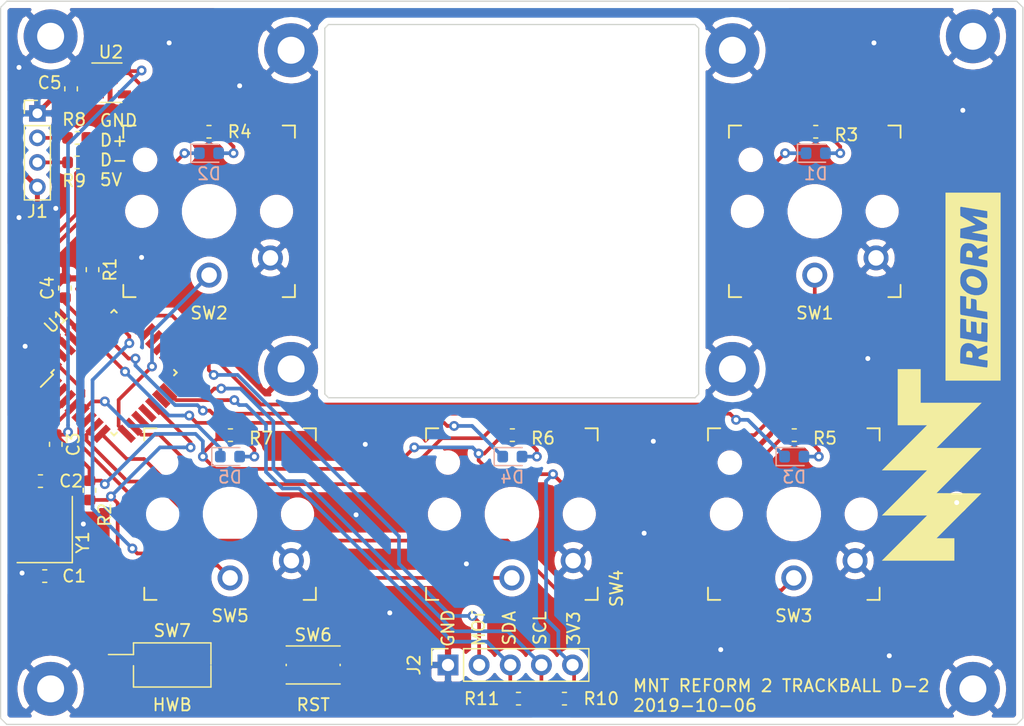
<source format=kicad_pcb>
(kicad_pcb (version 20171130) (host pcbnew 5.1.2+dfsg1-1)
  (layers (0 F.Cu signal) (31 B.Cu signal) (34 B.Paste user) (35 F.Paste user) (36 B.SilkS user) (37 F.SilkS user) (38 B.Mask user) (39 F.Mask user) (44 Edge.Cuts user))
  (net 0 "")
  (net 1 "Net-(J1-Pad3)")
  (net 2 "Net-(J1-Pad2)")
  (net 3 GND)
  (net 4 "Net-(U1-Pad18)")
  (net 5 "Net-(U1-Pad12)")
  (net 6 "Net-(U1-Pad11)")
  (net 7 "Net-(SW1-Pad1)")
  (net 8 "Net-(SW2-Pad1)")
  (net 9 +5V)
  (net 10 MT)
  (net 11 "Net-(C1-Pad1)")
  (net 12 "Net-(C2-Pad2)")
  (net 13 "Net-(C4-Pad1)")
  (net 14 "Net-(U1-Pad14)")
  (net 15 +3V3)
  (net 16 SCL)
  (net 17 SDA)
  (net 18 "Net-(SW3-Pad1)")
  (net 19 "Net-(SW4-Pad1)")
  (net 20 "Net-(SW5-Pad1)")
  (net 21 "Net-(U1-Pad17)")
  (net 22 "Net-(U1-Pad21)")
  (net 23 "Net-(D1-Pad2)")
  (net 24 "Net-(D1-Pad1)")
  (net 25 "Net-(D2-Pad2)")
  (net 26 "Net-(D2-Pad1)")
  (net 27 "Net-(D3-Pad2)")
  (net 28 "Net-(D3-Pad1)")
  (net 29 "Net-(D4-Pad2)")
  (net 30 "Net-(D4-Pad1)")
  (net 31 "Net-(D5-Pad2)")
  (net 32 "Net-(D5-Pad1)")
  (net 33 "Net-(R1-Pad2)")
  (net 34 "Net-(R2-Pad1)")
  (net 35 "Net-(U2-Pad4)")
  (net 36 "Net-(U1-Pad20)")
  (net 37 "Net-(R8-Pad2)")
  (net 38 "Net-(R9-Pad1)")
  (module Resistor_SMD:R_0603_1608Metric (layer F.Cu) (at 151.25 107)
    (fp_text reference R11 (at -3 0) (layer F.SilkS))
    (fp_text value 4.7k)
    (pad 2 smd roundrect (at 0.7875 0) (size 0.875 0.95) (layers F.Cu F.Paste F.Mask) (net 15 +3V3))
    (pad 1 smd roundrect (at -0.7875 0) (size 0.875 0.95) (layers F.Cu F.Paste F.Mask) (net 17 SDA))
  )
  (module Resistor_SMD:R_0603_1608Metric (layer F.Cu) (at 155 107)
    (fp_text reference R10 (at 3 0) (layer F.SilkS))
    (fp_text value 4.7k)
    (pad 2 smd roundrect (at 0.7875 0) (size 0.875 0.95) (layers F.Cu F.Paste F.Mask) (net 15 +3V3))
    (pad 1 smd roundrect (at -0.7875 0) (size 0.875 0.95) (layers F.Cu F.Paste F.Mask) (net 16 SCL))
  )
  (module Resistor_SMD:R_0603_1608Metric (layer F.Cu) (at 115.25 63.25 180)
    (fp_text reference R9 (at 0.25 -1.5) (layer F.SilkS))
    (fp_text value 22)
    (pad 2 smd roundrect (at 0.7875 0 180) (size 0.875 0.95) (layers F.Cu F.Paste F.Mask) (net 1 "Net-(J1-Pad3)"))
    (pad 1 smd roundrect (at -0.7875 0 180) (size 0.875 0.95) (layers F.Cu F.Paste F.Mask) (net 38 "Net-(R9-Pad1)"))
  )
  (module Resistor_SMD:R_0603_1608Metric (layer F.Cu) (at 115.25 61.25)
    (fp_text reference R8 (at -0.25 -1.5) (layer F.SilkS))
    (fp_text value 22)
    (pad 2 smd roundrect (at 0.7875 0) (size 0.875 0.95) (layers F.Cu F.Paste F.Mask) (net 37 "Net-(R8-Pad2)"))
    (pad 1 smd roundrect (at -0.7875 0) (size 0.875 0.95) (layers F.Cu F.Paste F.Mask) (net 2 "Net-(J1-Pad2)"))
  )
  (module Connector_PinSocket_2.54mm:PinSocket_1x05_P2.54mm_Vertical (layer F.Cu) (at 145.5 104.25 90)
    (fp_text reference J2 (at 0 -2.77 90) (layer F.SilkS))
    (fp_text value Conn_01x05_Female)
    (pad 5 thru_hole oval (at 0 10.16 90) (size 1.7 1.7) (drill 1) (layers *.Cu *.Mask) (net 15 +3V3))
    (pad 4 thru_hole oval (at 0 7.62 90) (size 1.7 1.7) (drill 1) (layers *.Cu *.Mask) (net 16 SCL))
    (pad 3 thru_hole oval (at 0 5.08 90) (size 1.7 1.7) (drill 1) (layers *.Cu *.Mask) (net 17 SDA))
    (pad 2 thru_hole oval (at 0 2.54 90) (size 1.7 1.7) (drill 1) (layers *.Cu *.Mask) (net 10 MT))
    (pad 1 thru_hole rect (at 0 0 90) (size 1.7 1.7) (drill 1) (layers *.Cu *.Mask) (net 3 GND))
  )
  (module Package_TO_SOT_SMD:SOT-23-5 (layer F.Cu) (at 118 56.75)
    (fp_text reference U2 (at 0 -2.5) (layer F.SilkS))
    (fp_text value TLV75533PDBV)
    (pad 5 smd rect (at 1.1 -0.95) (size 1.06 0.65) (layers F.Cu F.Paste F.Mask) (net 15 +3V3))
    (pad 4 smd rect (at 1.1 0.95) (size 1.06 0.65) (layers F.Cu F.Paste F.Mask) (net 35 "Net-(U2-Pad4)"))
    (pad 3 smd rect (at -1.1 0.95) (size 1.06 0.65) (layers F.Cu F.Paste F.Mask) (net 9 +5V))
    (pad 2 smd rect (at -1.1 0) (size 1.06 0.65) (layers F.Cu F.Paste F.Mask) (net 3 GND))
    (pad 1 smd rect (at -1.1 -0.95) (size 1.06 0.65) (layers F.Cu F.Paste F.Mask) (net 9 +5V))
  )
  (module Capacitor_SMD:C_0603_1608Metric (layer F.Cu) (at 114.75 57.25 270)
    (fp_text reference C5 (at -0.5 1.75 180) (layer F.SilkS))
    (fp_text value 0.1uF)
    (pad 2 smd roundrect (at 0.7875 0 270) (size 0.875 0.95) (layers F.Cu F.Paste F.Mask) (net 3 GND))
    (pad 1 smd roundrect (at -0.7875 0 270) (size 0.875 0.95) (layers F.Cu F.Paste F.Mask) (net 9 +5V))
  )
  (module Resistor_SMD:R_0603_1608Metric (layer F.Cu) (at 127.75 85.5 180)
    (fp_text reference R7 (at -2.5 -0.25) (layer F.SilkS))
    (fp_text value 470)
    (pad 2 smd roundrect (at 0.7875 0 180) (size 0.875 0.95) (layers F.Cu F.Paste F.Mask) (net 15 +3V3))
    (pad 1 smd roundrect (at -0.7875 0 180) (size 0.875 0.95) (layers F.Cu F.Paste F.Mask) (net 31 "Net-(D5-Pad2)"))
  )
  (module Resistor_SMD:R_0603_1608Metric (layer F.Cu) (at 150.75 85.5 180)
    (fp_text reference R6 (at -2.5 -0.25) (layer F.SilkS))
    (fp_text value 470)
    (pad 2 smd roundrect (at 0.7875 0 180) (size 0.875 0.95) (layers F.Cu F.Paste F.Mask) (net 15 +3V3))
    (pad 1 smd roundrect (at -0.7875 0 180) (size 0.875 0.95) (layers F.Cu F.Paste F.Mask) (net 29 "Net-(D4-Pad2)"))
  )
  (module Resistor_SMD:R_0603_1608Metric (layer F.Cu) (at 173.75 85.5 180)
    (fp_text reference R5 (at -2.5 -0.25) (layer F.SilkS))
    (fp_text value 470)
    (pad 2 smd roundrect (at 0.7875 0 180) (size 0.875 0.95) (layers F.Cu F.Paste F.Mask) (net 15 +3V3))
    (pad 1 smd roundrect (at -0.7875 0 180) (size 0.875 0.95) (layers F.Cu F.Paste F.Mask) (net 27 "Net-(D3-Pad2)"))
  )
  (module Resistor_SMD:R_0603_1608Metric (layer F.Cu) (at 126 60.75 180)
    (fp_text reference R4 (at -2.5 0) (layer F.SilkS))
    (fp_text value 470)
    (pad 2 smd roundrect (at 0.7875 0 180) (size 0.875 0.95) (layers F.Cu F.Paste F.Mask) (net 15 +3V3))
    (pad 1 smd roundrect (at -0.7875 0 180) (size 0.875 0.95) (layers F.Cu F.Paste F.Mask) (net 25 "Net-(D2-Pad2)"))
  )
  (module Resistor_SMD:R_0603_1608Metric (layer F.Cu) (at 175.5 60.75 180)
    (fp_text reference R3 (at -2.5 -0.25) (layer F.SilkS))
    (fp_text value 470)
    (pad 2 smd roundrect (at 0.7875 0 180) (size 0.875 0.95) (layers F.Cu F.Paste F.Mask) (net 15 +3V3))
    (pad 1 smd roundrect (at -0.7875 0 180) (size 0.875 0.95) (layers F.Cu F.Paste F.Mask) (net 23 "Net-(D1-Pad2)"))
  )
  (module Resistor_SMD:R_0603_1608Metric (layer F.Cu) (at 116.25 90 90)
    (fp_text reference R2 (at -2 1.25 90) (layer F.SilkS))
    (fp_text value 10k)
    (pad 2 smd roundrect (at 0.7875 0 90) (size 0.875 0.95) (layers F.Cu F.Paste F.Mask) (net 15 +3V3))
    (pad 1 smd roundrect (at -0.7875 0 90) (size 0.875 0.95) (layers F.Cu F.Paste F.Mask) (net 34 "Net-(R2-Pad1)"))
  )
  (module Resistor_SMD:R_0603_1608Metric (layer F.Cu) (at 116.5 72 270)
    (fp_text reference R1 (at 0 -1.43 90) (layer F.SilkS))
    (fp_text value 10k)
    (pad 2 smd roundrect (at 0.7875 0 270) (size 0.875 0.95) (layers F.Cu F.Paste F.Mask) (net 33 "Net-(R1-Pad2)"))
    (pad 1 smd roundrect (at -0.7875 0 270) (size 0.875 0.95) (layers F.Cu F.Paste F.Mask) (net 15 +3V3))
  )
  (module Capacitor_SMD:C_0603_1608Metric (layer F.Cu) (at 114.25 73.5 90)
    (fp_text reference C4 (at 0 -1.43 90) (layer F.SilkS))
    (fp_text value 1uF)
    (pad 2 smd roundrect (at 0.7875 0 90) (size 0.875 0.95) (layers F.Cu F.Paste F.Mask) (net 3 GND))
    (pad 1 smd roundrect (at -0.7875 0 90) (size 0.875 0.95) (layers F.Cu F.Paste F.Mask) (net 13 "Net-(C4-Pad1)"))
  )
  (module Capacitor_SMD:C_0603_1608Metric (layer F.Cu) (at 113.5 86.25 270)
    (fp_text reference C3 (at 0 -1.43 90) (layer F.SilkS))
    (fp_text value 0.1uF)
    (pad 2 smd roundrect (at 0.7875 0 270) (size 0.875 0.95) (layers F.Cu F.Paste F.Mask) (net 3 GND))
    (pad 1 smd roundrect (at -0.7875 0 270) (size 0.875 0.95) (layers F.Cu F.Paste F.Mask) (net 15 +3V3))
  )
  (module Capacitor_SMD:C_0603_1608Metric (layer F.Cu) (at 112.25 89.25 180)
    (fp_text reference C2 (at -2.5 0) (layer F.SilkS))
    (fp_text value 18pF)
    (pad 2 smd roundrect (at 0.7875 0 180) (size 0.875 0.95) (layers F.Cu F.Paste F.Mask) (net 12 "Net-(C2-Pad2)"))
    (pad 1 smd roundrect (at -0.7875 0 180) (size 0.875 0.95) (layers F.Cu F.Paste F.Mask) (net 3 GND))
  )
  (module Capacitor_SMD:C_0603_1608Metric (layer F.Cu) (at 112.6 97 180)
    (fp_text reference C1 (at -2.4 0) (layer F.SilkS))
    (fp_text value 18pF)
    (pad 2 smd roundrect (at 0.7875 0 180) (size 0.875 0.95) (layers F.Cu F.Paste F.Mask) (net 3 GND))
    (pad 1 smd roundrect (at -0.7875 0 180) (size 0.875 0.95) (layers F.Cu F.Paste F.Mask) (net 11 "Net-(C1-Pad1)"))
  )
  (module Button_Switch_SMD:SW_DIP_SPSTx01_Slide_Omron_A6S-110x_W8.9mm_P2.54mm (layer F.Cu) (at 123 104.25)
    (fp_text reference SW7 (at 0 -2.8) (layer F.SilkS))
    (fp_text value SW_HWB)
    (pad 2 smd rect (at 4.45 0) (size 1.5 1.1) (layers F.Cu F.Paste F.Mask) (net 3 GND))
    (pad 1 smd rect (at -4.45 0) (size 1.5 1.1) (layers F.Cu F.Paste F.Mask) (net 34 "Net-(R2-Pad1)"))
  )
  (module Button_Switch_SMD:SW_Push_1P1T_NO_CK_KMR2 (layer F.Cu) (at 134.5 104.25)
    (fp_text reference SW6 (at 0 -2.45) (layer F.SilkS))
    (fp_text value SW_RST)
    (pad 2 smd rect (at 2.05 0.8 90) (size 0.9 1) (layers F.Cu F.Paste F.Mask) (net 33 "Net-(R1-Pad2)"))
    (pad 1 smd rect (at 2.05 -0.8 90) (size 0.9 1) (layers F.Cu F.Paste F.Mask) (net 3 GND))
    (pad 2 smd rect (at -2.05 0.8 90) (size 0.9 1) (layers F.Cu F.Paste F.Mask) (net 33 "Net-(R1-Pad2)"))
    (pad 1 smd rect (at -2.05 -0.8 90) (size 0.9 1) (layers F.Cu F.Paste F.Mask) (net 3 GND))
  )
  (module reform2-motherboard:mntreform (layer F.Cu) (at 185.75 80.75 90)
    (fp_text reference MK13 hide)
    (fp_text value LOGO hide)
  )
  (module LED_SMD:LED_0603_1608Metric (layer B.Cu) (at 127.7125 87.25)
    (fp_text reference D5 (at 0 1.68) (layer B.SilkS) (effects (justify mirror)))
    (fp_text value LED_Small)
    (pad 2 smd roundrect (at 0.7875 0) (size 0.875 0.95) (layers B.Cu B.Paste B.Mask) (net 31 "Net-(D5-Pad2)"))
    (pad 1 smd roundrect (at -0.7875 0) (size 0.875 0.95) (layers B.Cu B.Paste B.Mask) (net 32 "Net-(D5-Pad1)"))
  )
  (module LED_SMD:LED_0603_1608Metric (layer B.Cu) (at 150.75 87.25)
    (fp_text reference D4 (at 0 1.68) (layer B.SilkS) (effects (justify mirror)))
    (fp_text value LED_Small)
    (pad 2 smd roundrect (at 0.7875 0) (size 0.875 0.95) (layers B.Cu B.Paste B.Mask) (net 29 "Net-(D4-Pad2)"))
    (pad 1 smd roundrect (at -0.7875 0) (size 0.875 0.95) (layers B.Cu B.Paste B.Mask) (net 30 "Net-(D4-Pad1)"))
  )
  (module LED_SMD:LED_0603_1608Metric (layer B.Cu) (at 173.75 87.25)
    (fp_text reference D3 (at 0 1.68) (layer B.SilkS) (effects (justify mirror)))
    (fp_text value LED_Small)
    (pad 2 smd roundrect (at 0.7875 0) (size 0.875 0.95) (layers B.Cu B.Paste B.Mask) (net 27 "Net-(D3-Pad2)"))
    (pad 1 smd roundrect (at -0.7875 0) (size 0.875 0.95) (layers B.Cu B.Paste B.Mask) (net 28 "Net-(D3-Pad1)"))
  )
  (module LED_SMD:LED_0603_1608Metric (layer B.Cu) (at 126 62.5)
    (fp_text reference D2 (at 0 1.68) (layer B.SilkS) (effects (justify mirror)))
    (fp_text value LED_Small)
    (pad 2 smd roundrect (at 0.7875 0) (size 0.875 0.95) (layers B.Cu B.Paste B.Mask) (net 25 "Net-(D2-Pad2)"))
    (pad 1 smd roundrect (at -0.7875 0) (size 0.875 0.95) (layers B.Cu B.Paste B.Mask) (net 26 "Net-(D2-Pad1)"))
  )
  (module LED_SMD:LED_0603_1608Metric (layer B.Cu) (at 175.5 62.5)
    (fp_text reference D1 (at 0 1.68) (layer B.SilkS) (effects (justify mirror)))
    (fp_text value LED_Small)
    (pad 2 smd roundrect (at 0.7875 0) (size 0.875 0.95) (layers B.Cu B.Paste B.Mask) (net 23 "Net-(D1-Pad2)"))
    (pad 1 smd roundrect (at -0.7875 0) (size 0.875 0.95) (layers B.Cu B.Paste B.Mask) (net 24 "Net-(D1-Pad1)"))
  )
  (module MountingHole:MountingHole_2.2mm_M2_Pad (layer F.Cu) (at 132.7 80.1)
    (fp_text reference MK11 hide)
    (fp_text value Mounting_Hole)
    (pad 1 thru_hole circle (at 0 0) (size 4.4 4.4) (drill 2.2) (layers *.Cu *.Mask) (net 3 GND))
  )
  (module MountingHole:MountingHole_2.2mm_M2_Pad (layer F.Cu) (at 132.7 54.1)
    (fp_text reference MK9 hide)
    (fp_text value Mounting_Hole)
    (pad 1 thru_hole circle (at 0 0) (size 4.4 4.4) (drill 2.2) (layers *.Cu *.Mask) (net 3 GND))
  )
  (module MountingHole:MountingHole_2.2mm_M2_Pad (layer F.Cu) (at 168.7 80.1)
    (fp_text reference MK10 hide)
    (fp_text value Mounting_Hole)
    (pad 1 thru_hole circle (at 0 0) (size 4.4 4.4) (drill 2.2) (layers *.Cu *.Mask) (net 3 GND))
  )
  (module MountingHole:MountingHole_2.2mm_M2_Pad (layer F.Cu) (at 168.7 54.1)
    (fp_text reference MK12 hide)
    (fp_text value Mounting_Hole)
    (pad 1 thru_hole circle (at 0 0) (size 4.4 4.4) (drill 2.2) (layers *.Cu *.Mask) (net 3 GND))
  )
  (module MountingHole:MountingHole_2.2mm_M2_Pad (layer F.Cu) (at 113.08 106.2)
    (fp_text reference MK8 hide)
    (fp_text value Mounting_Hole)
    (pad 1 thru_hole circle (at 0 0) (size 4.4 4.4) (drill 2.2) (layers *.Cu *.Mask) (net 3 GND))
  )
  (module MountingHole:MountingHole_2.2mm_M2_Pad (layer F.Cu) (at 188.32 106.2)
    (fp_text reference MK7 hide)
    (fp_text value Mounting_Hole)
    (pad 1 thru_hole circle (at 0 0) (size 4.4 4.4) (drill 2.2) (layers *.Cu *.Mask) (net 3 GND))
  )
  (module MountingHole:MountingHole_2.2mm_M2_Pad (layer F.Cu) (at 188.32 53)
    (fp_text reference MK6 hide)
    (fp_text value Mounting_Hole)
    (pad 1 thru_hole circle (at 0 -0.04) (size 4.4 4.4) (drill 2.2) (layers *.Cu *.Mask) (net 3 GND))
  )
  (module MountingHole:MountingHole_2.2mm_M2_Pad (layer F.Cu) (at 113.08 52.96)
    (fp_text reference MK5 hide)
    (fp_text value Mounting_Hole)
    (pad 1 thru_hole circle (at 0 0) (size 4.4 4.4) (drill 2.2) (layers *.Cu *.Mask) (net 3 GND))
  )
  (module keyswitches:PG1350 (layer B.Cu) (at 127.72 91.94 180)
    (fp_text reference SW5 (at 0 -8.3) (layer F.SilkS))
    (fp_text value Choc)
    (pad "" np_thru_hole circle (at -5.5 0 180) (size 1.7018 1.7018) (drill 1.7018) (layers *.Cu *.Mask))
    (pad "" np_thru_hole circle (at 5.5 0 180) (size 1.7018 1.7018) (drill 1.7018) (layers *.Cu *.Mask))
    (pad "" np_thru_hole circle (at 5.22 4.2 180) (size 0.9906 0.9906) (drill 0.9906) (layers *.Cu *.Mask))
    (pad 1 thru_hole circle (at 0 -5.207 180) (size 2.032 2.032) (drill 1.27) (layers *.Cu *.Mask) (net 20 "Net-(SW5-Pad1)"))
    (pad 2 thru_hole circle (at -5 -3.8 180) (size 2.032 2.032) (drill 1.27) (layers *.Cu *.Mask) (net 3 GND))
    (pad "" np_thru_hole circle (at 0 0 180) (size 3.429 3.429) (drill 3.429) (layers *.Cu *.Mask))
  )
  (module keyswitches:PG1350 (layer B.Cu) (at 150.71 91.94 180)
    (fp_text reference SW4 (at -8.54 -6.06 90) (layer F.SilkS))
    (fp_text value Choc)
    (pad "" np_thru_hole circle (at -5.5 0 180) (size 1.7018 1.7018) (drill 1.7018) (layers *.Cu *.Mask))
    (pad "" np_thru_hole circle (at 5.5 0 180) (size 1.7018 1.7018) (drill 1.7018) (layers *.Cu *.Mask))
    (pad "" np_thru_hole circle (at 5.22 4.2 180) (size 0.9906 0.9906) (drill 0.9906) (layers *.Cu *.Mask))
    (pad 1 thru_hole circle (at 0 -5.207 180) (size 2.032 2.032) (drill 1.27) (layers *.Cu *.Mask) (net 19 "Net-(SW4-Pad1)"))
    (pad 2 thru_hole circle (at -5 -3.8 180) (size 2.032 2.032) (drill 1.27) (layers *.Cu *.Mask) (net 3 GND))
    (pad "" np_thru_hole circle (at 0 0 180) (size 3.429 3.429) (drill 3.429) (layers *.Cu *.Mask))
  )
  (module keyswitches:PG1350 (layer B.Cu) (at 173.71 91.94 180)
    (fp_text reference SW3 (at 0 -8.3) (layer F.SilkS))
    (fp_text value Choc)
    (pad "" np_thru_hole circle (at -5.5 0 180) (size 1.7018 1.7018) (drill 1.7018) (layers *.Cu *.Mask))
    (pad "" np_thru_hole circle (at 5.5 0 180) (size 1.7018 1.7018) (drill 1.7018) (layers *.Cu *.Mask))
    (pad "" np_thru_hole circle (at 5.22 4.2 180) (size 0.9906 0.9906) (drill 0.9906) (layers *.Cu *.Mask))
    (pad 1 thru_hole circle (at 0 -5.207 180) (size 2.032 2.032) (drill 1.27) (layers *.Cu *.Mask) (net 18 "Net-(SW3-Pad1)"))
    (pad 2 thru_hole circle (at -5 -3.8 180) (size 2.032 2.032) (drill 1.27) (layers *.Cu *.Mask) (net 3 GND))
    (pad "" np_thru_hole circle (at 0 0 180) (size 3.429 3.429) (drill 3.429) (layers *.Cu *.Mask))
  )
  (module keyswitches:PG1350 (layer B.Cu) (at 126.01 67.24 180)
    (fp_text reference SW2 (at 0 -8.3) (layer F.SilkS))
    (fp_text value Choc)
    (pad "" np_thru_hole circle (at -5.5 0 180) (size 1.7018 1.7018) (drill 1.7018) (layers *.Cu *.Mask))
    (pad "" np_thru_hole circle (at 5.5 0 180) (size 1.7018 1.7018) (drill 1.7018) (layers *.Cu *.Mask))
    (pad "" np_thru_hole circle (at 5.22 4.2 180) (size 0.9906 0.9906) (drill 0.9906) (layers *.Cu *.Mask))
    (pad 1 thru_hole circle (at 0 -5.207 180) (size 2.032 2.032) (drill 1.27) (layers *.Cu *.Mask) (net 8 "Net-(SW2-Pad1)"))
    (pad 2 thru_hole circle (at -5 -3.8 180) (size 2.032 2.032) (drill 1.27) (layers *.Cu *.Mask) (net 3 GND))
    (pad "" np_thru_hole circle (at 0 0 180) (size 3.429 3.429) (drill 3.429) (layers *.Cu *.Mask))
  )
  (module keyswitches:PG1350 (layer B.Cu) (at 175.42 67.24 180)
    (fp_text reference SW1 (at 0 -8.3) (layer F.SilkS))
    (fp_text value Choc)
    (pad "" np_thru_hole circle (at -5.5 0 180) (size 1.7018 1.7018) (drill 1.7018) (layers *.Cu *.Mask))
    (pad "" np_thru_hole circle (at 5.5 0 180) (size 1.7018 1.7018) (drill 1.7018) (layers *.Cu *.Mask))
    (pad "" np_thru_hole circle (at 5.22 4.2 180) (size 0.9906 0.9906) (drill 0.9906) (layers *.Cu *.Mask))
    (pad 1 thru_hole circle (at 0 -5.207 180) (size 2.032 2.032) (drill 1.27) (layers *.Cu *.Mask) (net 7 "Net-(SW1-Pad1)"))
    (pad 2 thru_hole circle (at -5 -3.8 180) (size 2.032 2.032) (drill 1.27) (layers *.Cu *.Mask) (net 3 GND))
    (pad "" np_thru_hole circle (at 0 0 180) (size 3.429 3.429) (drill 3.429) (layers *.Cu *.Mask))
  )
  (module Crystals:Crystal_SMD_3225-4pin_3.2x2.5mm_HandSoldering (layer F.Cu) (at 112.6 93.2 90)
    (fp_text reference Y1 (at -1.05 3.1 90) (layer F.SilkS))
    (fp_text value Crystal_GND24)
    (pad 4 smd rect (at -1.45 -1.15 90) (size 2.1 1.8) (layers F.Cu F.Paste F.Mask) (net 3 GND))
    (pad 3 smd rect (at 1.45 -1.15 90) (size 2.1 1.8) (layers F.Cu F.Paste F.Mask) (net 12 "Net-(C2-Pad2)"))
    (pad 2 smd rect (at 1.45 1.15 90) (size 2.1 1.8) (layers F.Cu F.Paste F.Mask) (net 3 GND))
    (pad 1 smd rect (at -1.45 1.15 90) (size 2.1 1.8) (layers F.Cu F.Paste F.Mask) (net 11 "Net-(C1-Pad1)"))
  )
  (module Pin_Headers:Pin_Header_Straight_1x04_Pitch2.00mm (layer F.Cu) (at 112 59.25)
    (fp_text reference J1 (at 0 8) (layer F.SilkS))
    (fp_text value Conn_USB)
    (pad 4 thru_hole oval (at 0 6) (size 1.35 1.35) (drill 0.8) (layers *.Cu *.Mask) (net 9 +5V))
    (pad 3 thru_hole oval (at 0 4) (size 1.35 1.35) (drill 0.8) (layers *.Cu *.Mask) (net 1 "Net-(J1-Pad3)"))
    (pad 2 thru_hole oval (at 0 2) (size 1.35 1.35) (drill 0.8) (layers *.Cu *.Mask) (net 2 "Net-(J1-Pad2)"))
    (pad 1 thru_hole rect (at 0 0) (size 1.35 1.35) (drill 0.8) (layers *.Cu *.Mask) (net 3 GND))
  )
  (module Housings_QFP:TQFP-32_7x7mm_Pitch0.8mm (layer F.Cu) (at 118.25 80.4 45)
    (fp_text reference U1 (at -0.4 -6.3 225) (layer F.SilkS))
    (fp_text value ATmega32U2-AU)
    (pad 1 smd rect (at -4.25 -2.8 45) (size 1.6 0.55) (layers F.Cu F.Paste F.Mask) (net 11 "Net-(C1-Pad1)"))
    (pad 2 smd rect (at -4.25 -2 45) (size 1.6 0.55) (layers F.Cu F.Paste F.Mask) (net 12 "Net-(C2-Pad2)"))
    (pad 3 smd rect (at -4.25 -1.2 45) (size 1.6 0.55) (layers F.Cu F.Paste F.Mask) (net 3 GND))
    (pad 4 smd rect (at -4.25 -0.4 45) (size 1.6 0.55) (layers F.Cu F.Paste F.Mask) (net 15 +3V3))
    (pad 5 smd rect (at -4.25 0.4 45) (size 1.6 0.55) (layers F.Cu F.Paste F.Mask) (net 32 "Net-(D5-Pad1)"))
    (pad 6 smd rect (at -4.25 1.2 45) (size 1.6 0.55) (layers F.Cu F.Paste F.Mask) (net 20 "Net-(SW5-Pad1)"))
    (pad 7 smd rect (at -4.25 2 45) (size 1.6 0.55) (layers F.Cu F.Paste F.Mask) (net 19 "Net-(SW4-Pad1)"))
    (pad 8 smd rect (at -4.25 2.8 45) (size 1.6 0.55) (layers F.Cu F.Paste F.Mask) (net 18 "Net-(SW3-Pad1)"))
    (pad 9 smd rect (at -2.8 4.25 135) (size 1.6 0.55) (layers F.Cu F.Paste F.Mask) (net 8 "Net-(SW2-Pad1)"))
    (pad 10 smd rect (at -2 4.25 135) (size 1.6 0.55) (layers F.Cu F.Paste F.Mask) (net 7 "Net-(SW1-Pad1)"))
    (pad 11 smd rect (at -1.2 4.25 135) (size 1.6 0.55) (layers F.Cu F.Paste F.Mask) (net 6 "Net-(U1-Pad11)"))
    (pad 12 smd rect (at -0.4 4.25 135) (size 1.6 0.55) (layers F.Cu F.Paste F.Mask) (net 5 "Net-(U1-Pad12)"))
    (pad 13 smd rect (at 0.4 4.25 135) (size 1.6 0.55) (layers F.Cu F.Paste F.Mask) (net 34 "Net-(R2-Pad1)"))
    (pad 14 smd rect (at 1.2 4.25 135) (size 1.6 0.55) (layers F.Cu F.Paste F.Mask) (net 14 "Net-(U1-Pad14)"))
    (pad 15 smd rect (at 2 4.25 135) (size 1.6 0.55) (layers F.Cu F.Paste F.Mask) (net 17 SDA))
    (pad 16 smd rect (at 2.8 4.25 135) (size 1.6 0.55) (layers F.Cu F.Paste F.Mask) (net 16 SCL))
    (pad 17 smd rect (at 4.25 2.8 45) (size 1.6 0.55) (layers F.Cu F.Paste F.Mask) (net 21 "Net-(U1-Pad17)"))
    (pad 18 smd rect (at 4.25 2 45) (size 1.6 0.55) (layers F.Cu F.Paste F.Mask) (net 4 "Net-(U1-Pad18)"))
    (pad 19 smd rect (at 4.25 1.2 45) (size 1.6 0.55) (layers F.Cu F.Paste F.Mask) (net 10 MT))
    (pad 20 smd rect (at 4.25 0.4 45) (size 1.6 0.55) (layers F.Cu F.Paste F.Mask) (net 36 "Net-(U1-Pad20)"))
    (pad 21 smd rect (at 4.25 -0.4 45) (size 1.6 0.55) (layers F.Cu F.Paste F.Mask) (net 22 "Net-(U1-Pad21)"))
    (pad 22 smd rect (at 4.25 -1.2 45) (size 1.6 0.55) (layers F.Cu F.Paste F.Mask) (net 24 "Net-(D1-Pad1)"))
    (pad 23 smd rect (at 4.25 -2 45) (size 1.6 0.55) (layers F.Cu F.Paste F.Mask) (net 26 "Net-(D2-Pad1)"))
    (pad 24 smd rect (at 4.25 -2.8 45) (size 1.6 0.55) (layers F.Cu F.Paste F.Mask) (net 33 "Net-(R1-Pad2)"))
    (pad 25 smd rect (at 2.8 -4.25 135) (size 1.6 0.55) (layers F.Cu F.Paste F.Mask) (net 28 "Net-(D3-Pad1)"))
    (pad 26 smd rect (at 2 -4.25 135) (size 1.6 0.55) (layers F.Cu F.Paste F.Mask) (net 30 "Net-(D4-Pad1)"))
    (pad 27 smd rect (at 1.2 -4.25 135) (size 1.6 0.55) (layers F.Cu F.Paste F.Mask) (net 13 "Net-(C4-Pad1)"))
    (pad 28 smd rect (at 0.4 -4.25 135) (size 1.6 0.55) (layers F.Cu F.Paste F.Mask) (net 3 GND))
    (pad 29 smd rect (at -0.4 -4.25 135) (size 1.6 0.55) (layers F.Cu F.Paste F.Mask) (net 37 "Net-(R8-Pad2)"))
    (pad 30 smd rect (at -1.2 -4.25 135) (size 1.6 0.55) (layers F.Cu F.Paste F.Mask) (net 38 "Net-(R9-Pad1)"))
    (pad 31 smd rect (at -2 -4.25 135) (size 1.6 0.55) (layers F.Cu F.Paste F.Mask) (net 9 +5V))
    (pad 32 smd rect (at -2.8 -4.25 135) (size 1.6 0.55) (layers F.Cu F.Paste F.Mask) (net 15 +3V3))
  )
  (gr_text "MNT REFORM 2 TRACKBALL D-2\n2019-10-06" (at 160.5 106.75) (layer F.SilkS) (effects (font (size 1 1)) (justify left)))
  (gr_text GND (at 145.5 101.25 90) (layer F.SilkS) (effects (font (size 1 1))))
  (gr_text MOT (at 148 101.25 90) (layer F.SilkS) (effects (font (size 1 1))))
  (gr_text SDA (at 150.5 101.25 90) (layer F.SilkS) (effects (font (size 1 1))))
  (gr_text SCL (at 153 101.25 90) (layer F.SilkS) (effects (font (size 1 1))))
  (gr_text 3V3 (at 155.75 101.25 90) (layer F.SilkS) (effects (font (size 1 1))))
  (gr_line (start 191.9 50.1) (end 192.4 50.6) (layer Edge.Cuts) (width 0.1))
  (gr_line (start 109 108.6) (end 109.5 109.1) (layer Edge.Cuts) (width 0.1))
  (gr_line (start 192.4 108.6) (end 191.9 109.1) (layer Edge.Cuts) (width 0.1))
  (gr_line (start 109.5 50.1) (end 109 50.6) (layer Edge.Cuts) (width 0.1))
  (gr_line (start 135.45 82.15) (end 135.75 82.45) (layer Edge.Cuts) (width 0.1))
  (gr_line (start 165.95 82.15) (end 165.65 82.45) (layer Edge.Cuts) (width 0.1))
  (gr_line (start 165.65 52) (end 165.95 52.3) (layer Edge.Cuts) (width 0.1))
  (gr_line (start 135.45 52.3) (end 135.75 52) (layer Edge.Cuts) (width 0.1))
  (gr_line (start 135.45 82.15) (end 135.45 52.3) (layer Edge.Cuts) (width 0.1))
  (gr_line (start 165.65 82.45) (end 135.75 82.45) (layer Edge.Cuts) (width 0.1))
  (gr_line (start 165.95 52.3) (end 165.95 82.15) (layer Edge.Cuts) (width 0.1))
  (gr_line (start 135.75 52) (end 165.65 52) (layer Edge.Cuts) (width 0.1))
  (gr_line (start 109 108.6) (end 109 50.6) (layer Edge.Cuts) (width 0.1))
  (gr_line (start 191.9 109.1) (end 109.5 109.1) (layer Edge.Cuts) (width 0.1))
  (gr_line (start 192.4 50.6) (end 192.4 108.6) (layer Edge.Cuts) (width 0.1))
  (gr_line (start 109.5 50.1) (end 191.9 50.1) (layer Edge.Cuts) (width 0.1))
  (gr_text "GND\nD+\nD-\n5V" (at 117 62.25) (layer F.SilkS) (effects (font (size 1 1)) (justify left)))
  (gr_text HWB (at 123 107.5) (layer F.SilkS) (effects (font (size 1 1))))
  (gr_text RST (at 134.5 107.5) (layer F.SilkS) (effects (font (size 1 1))))
  (via (at 187 91) (size 0.8) (drill 0.4) (layers F.Cu B.Cu) (net 0))
  (segment (start 114.4625 63.25) (end 112 63.25) (width 0.3) (layer F.Cu) (net 1))
  (segment (start 112 61.25) (end 114.4625 61.25) (width 0.3) (layer F.Cu) (net 2))
  (via (at 180.25 53.5) (size 0.8) (drill 0.4) (layers F.Cu B.Cu) (net 3))
  (via (at 187.5 59) (size 0.8) (drill 0.4) (layers F.Cu B.Cu) (net 3))
  (via (at 179.75 79.25) (size 0.8) (drill 0.4) (layers F.Cu B.Cu) (net 3))
  (via (at 181.5 103.5) (size 0.8) (drill 0.4) (layers F.Cu B.Cu) (net 3))
  (via (at 167.75 103) (size 0.8) (drill 0.4) (layers F.Cu B.Cu) (net 3))
  (via (at 161.5 93.5) (size 0.8) (drill 0.4) (layers F.Cu B.Cu) (net 3))
  (segment (start 111.65 94.85) (end 111.45 94.65) (width 0.4) (layer F.Cu) (net 3))
  (segment (start 111.65 97) (end 111.65 94.85) (width 0.4) (layer F.Cu) (net 3))
  (segment (start 113.75 89.8) (end 113.2 89.25) (width 0.4) (layer F.Cu) (net 3))
  (segment (start 113.75 91.75) (end 113.75 89.8) (width 0.4) (layer F.Cu) (net 3))
  (segment (start 113.0375 87.5) (end 113.5 87.0375) (width 0.4) (layer F.Cu) (net 3))
  (segment (start 113.2125 58.0375) (end 112 59.25) (width 0.4) (layer F.Cu) (net 3))
  (segment (start 114.75 58.0375) (end 113.2125 58.0375) (width 0.4) (layer F.Cu) (net 3))
  (segment (start 115.892501 59.180001) (end 114.75 58.0375) (width 0.4) (layer F.Cu) (net 3))
  (segment (start 116.9 56.75) (end 117.705002 56.75) (width 0.4) (layer F.Cu) (net 3))
  (segment (start 117.705002 56.75) (end 117.930001 56.974999) (width 0.4) (layer F.Cu) (net 3))
  (segment (start 113.27499 73.68751) (end 113.788388 73.174112) (width 0.4) (layer F.Cu) (net 3))
  (segment (start 113.27499 74.859304) (end 113.27499 73.68751) (width 0.4) (layer F.Cu) (net 3))
  (segment (start 113.788388 73.174112) (end 114.25 72.7125) (width 0.4) (layer F.Cu) (net 3))
  (segment (start 115.527639 77.111953) (end 113.27499 74.859304) (width 0.4) (layer F.Cu) (net 3))
  (segment (start 111.349999 85.602945) (end 111.349999 87.349999) (width 0.4) (layer F.Cu) (net 3))
  (segment (start 114.396268 82.556676) (end 111.349999 85.602945) (width 0.4) (layer F.Cu) (net 3))
  (segment (start 112.2125 88.2125) (end 113.0375 88.2125) (width 0.4) (layer F.Cu) (net 3))
  (segment (start 111.349999 87.349999) (end 112.2125 88.2125) (width 0.4) (layer F.Cu) (net 3))
  (segment (start 113.0375 89.25) (end 113.0375 88.2125) (width 0.4) (layer F.Cu) (net 3))
  (segment (start 113.0375 88.2125) (end 113.0375 87.5) (width 0.4) (layer F.Cu) (net 3))
  (segment (start 111.8125 97) (end 111 97) (width 0.4) (layer F.Cu) (net 3))
  (via (at 110.75 96.75) (size 0.8) (drill 0.4) (layers F.Cu B.Cu) (net 3))
  (segment (start 111 97) (end 110.75 96.75) (width 0.4) (layer F.Cu) (net 3))
  (via (at 115.75 92.75) (size 0.8) (drill 0.4) (layers F.Cu B.Cu) (net 3))
  (segment (start 110.75 96.75) (end 114.75 92.75) (width 0.4) (layer B.Cu) (net 3))
  (segment (start 114.75 92.75) (end 115.75 92.75) (width 0.4) (layer B.Cu) (net 3))
  (segment (start 114.75 92.75) (end 113.75 91.75) (width 0.4) (layer F.Cu) (net 3))
  (segment (start 115.75 92.75) (end 114.75 92.75) (width 0.4) (layer F.Cu) (net 3))
  (segment (start 137.45 103.45) (end 136.55 103.45) (width 0.4) (layer F.Cu) (net 3))
  (segment (start 127.65 104.25) (end 130.15 106.75) (width 0.4) (layer F.Cu) (net 3))
  (segment (start 127.45 104.25) (end 127.65 104.25) (width 0.4) (layer F.Cu) (net 3))
  (segment (start 138.5 104.5) (end 137.45 103.45) (width 0.4) (layer F.Cu) (net 3))
  (segment (start 137.5 106.75) (end 138.5 105.75) (width 0.4) (layer F.Cu) (net 3))
  (segment (start 138.5 105.75) (end 138.5 104.5) (width 0.4) (layer F.Cu) (net 3))
  (segment (start 130.15 106.75) (end 137.5 106.75) (width 0.4) (layer F.Cu) (net 3))
  (segment (start 136.55 103.45) (end 132.45 103.45) (width 0.4) (layer F.Cu) (net 3))
  (via (at 122.75 53.5) (size 0.8) (drill 0.4) (layers F.Cu B.Cu) (net 3))
  (via (at 128.5 57) (size 0.8) (drill 0.4) (layers F.Cu B.Cu) (net 3))
  (via (at 111 78.25) (size 0.8) (drill 0.4) (layers F.Cu B.Cu) (net 3))
  (via (at 113.5 67) (size 0.8) (drill 0.4) (layers F.Cu B.Cu) (net 3))
  (via (at 110.5 67.75) (size 0.8) (drill 0.4) (layers F.Cu B.Cu) (net 3))
  (via (at 110.5 55.5) (size 0.8) (drill 0.4) (layers F.Cu B.Cu) (net 3))
  (via (at 138.75 86.25) (size 0.8) (drill 0.4) (layers F.Cu B.Cu) (net 3))
  (via (at 162.25 86) (size 0.8) (drill 0.4) (layers F.Cu B.Cu) (net 3))
  (via (at 140.75 100) (size 0.8) (drill 0.4) (layers F.Cu B.Cu) (net 3))
  (via (at 138 92) (size 0.8) (drill 0.4) (layers F.Cu B.Cu) (net 3))
  (segment (start 117.430001 59.180001) (end 117.930001 58.680001) (width 0.4) (layer F.Cu) (net 3))
  (segment (start 117.930001 56.974999) (end 117.930001 58.680001) (width 0.4) (layer F.Cu) (net 3))
  (segment (start 117.430001 59.180001) (end 115.892501 59.180001) (width 0.4) (layer F.Cu) (net 3))
  (via (at 120.5 71) (size 0.8) (drill 0.4) (layers F.Cu B.Cu) (net 3))
  (via (at 147 96) (size 0.8) (drill 0.4) (layers F.Cu B.Cu) (net 3))
  (segment (start 148.291728 85.75) (end 149.541728 84.5) (width 0.3) (layer F.Cu) (net 7))
  (segment (start 141.25 89.5) (end 145 85.75) (width 0.3) (layer F.Cu) (net 7))
  (segment (start 168.5 85.5) (end 170.5 85.5) (width 0.3) (layer F.Cu) (net 7))
  (segment (start 170.5 85.5) (end 175.42 80.58) (width 0.3) (layer F.Cu) (net 7))
  (segment (start 126 89.5) (end 141.25 89.5) (width 0.3) (layer F.Cu) (net 7))
  (segment (start 175.42 73.88384) (end 175.42 72.447) (width 0.3) (layer F.Cu) (net 7))
  (segment (start 175.42 80.58) (end 175.42 73.88384) (width 0.3) (layer F.Cu) (net 7))
  (segment (start 119.84099 84.819417) (end 120.485455 85.463882) (width 0.3) (layer F.Cu) (net 7))
  (segment (start 121.963882 85.463882) (end 126 89.5) (width 0.3) (layer F.Cu) (net 7))
  (segment (start 120.485455 85.463882) (end 121.963882 85.463882) (width 0.3) (layer F.Cu) (net 7))
  (segment (start 145 85.75) (end 148.291728 85.75) (width 0.3) (layer F.Cu) (net 7))
  (segment (start 149.541728 84.5) (end 167.5 84.5) (width 0.3) (layer F.Cu) (net 7))
  (segment (start 167.5 84.5) (end 168.5 85.5) (width 0.3) (layer F.Cu) (net 7))
  (via (at 121.351041 79.898959) (size 0.8) (drill 0.4) (layers F.Cu B.Cu) (net 8))
  (segment (start 118.63084 82.61916) (end 121.351041 79.898959) (width 0.3) (layer F.Cu) (net 8))
  (segment (start 119.275305 85.385103) (end 118.63084 84.740638) (width 0.3) (layer F.Cu) (net 8))
  (segment (start 118.63084 84.740638) (end 118.63084 82.61916) (width 0.3) (layer F.Cu) (net 8))
  (segment (start 121.351041 77.105959) (end 126.01 72.447) (width 0.3) (layer B.Cu) (net 8))
  (segment (start 121.351041 79.898959) (end 121.351041 77.105959) (width 0.3) (layer B.Cu) (net 8))
  (segment (start 112 68.75) (end 112 65.25) (width 0.4) (layer F.Cu) (net 9))
  (segment (start 110.25 70.5) (end 112 68.75) (width 0.4) (layer F.Cu) (net 9))
  (segment (start 113.830583 78.80901) (end 110.25 75.228427) (width 0.4) (layer F.Cu) (net 9))
  (segment (start 110.25 75.228427) (end 110.25 70.5) (width 0.4) (layer F.Cu) (net 9))
  (segment (start 115.4125 55.8) (end 114.75 56.4625) (width 0.4) (layer F.Cu) (net 9))
  (segment (start 116.9 55.8) (end 115.4125 55.8) (width 0.4) (layer F.Cu) (net 9))
  (segment (start 110 63.25) (end 112 65.25) (width 0.4) (layer F.Cu) (net 9))
  (segment (start 114.75 56.4625) (end 111.7875 56.4625) (width 0.4) (layer F.Cu) (net 9))
  (segment (start 110 58.25) (end 110 63.25) (width 0.4) (layer F.Cu) (net 9))
  (segment (start 111.7875 56.4625) (end 110 58.25) (width 0.4) (layer F.Cu) (net 9))
  (segment (start 115.9875 57.7) (end 116.9 57.7) (width 0.4) (layer F.Cu) (net 9))
  (segment (start 114.75 56.4625) (end 115.9875 57.7) (width 0.4) (layer F.Cu) (net 9))
  (via (at 147.5 100.25) (size 0.8) (drill 0.4) (layers F.Cu B.Cu) (net 10))
  (via (at 126.386075 80.588172) (size 0.8) (drill 0.4) (layers F.Cu B.Cu) (net 10))
  (segment (start 145.75 100.25) (end 147.5 100.25) (width 0.3) (layer B.Cu) (net 10))
  (segment (start 141.5 96) (end 145.75 100.25) (width 0.3) (layer B.Cu) (net 10))
  (segment (start 141.5 93.75) (end 141.5 96) (width 0.3) (layer B.Cu) (net 10))
  (segment (start 126.386075 80.588172) (end 128.338172 80.588172) (width 0.3) (layer B.Cu) (net 10))
  (segment (start 128.338172 80.588172) (end 141.5 93.75) (width 0.3) (layer B.Cu) (net 10))
  (segment (start 148.04 100.79) (end 148.04 104.25) (width 0.3) (layer F.Cu) (net 10))
  (segment (start 147.5 100.25) (end 148.04 100.79) (width 0.3) (layer F.Cu) (net 10))
  (segment (start 125.986076 79.736076) (end 125.986076 80.188173) (width 0.3) (layer F.Cu) (net 10))
  (segment (start 125.986076 80.188173) (end 126.386075 80.588172) (width 0.3) (layer F.Cu) (net 10))
  (segment (start 123.75 77.5) (end 125.986076 79.736076) (width 0.3) (layer F.Cu) (net 10))
  (segment (start 122.103732 78.243324) (end 122.847056 77.5) (width 0.3) (layer F.Cu) (net 10))
  (segment (start 122.847056 77.5) (end 123.75 77.5) (width 0.3) (layer F.Cu) (net 10))
  (segment (start 113.3875 95.0125) (end 113.75 94.65) (width 0.3) (layer F.Cu) (net 11))
  (segment (start 113.3875 97) (end 113.3875 95.0125) (width 0.3) (layer F.Cu) (net 11))
  (segment (start 109.75 84.940202) (end 109.75 97.442501) (width 0.3) (layer F.Cu) (net 11))
  (segment (start 110.557499 98.25) (end 112.75 98.25) (width 0.3) (layer F.Cu) (net 11))
  (segment (start 113.264897 81.425305) (end 109.75 84.940202) (width 0.3) (layer F.Cu) (net 11))
  (segment (start 112.75 98.25) (end 113.3875 97.6125) (width 0.3) (layer F.Cu) (net 11))
  (segment (start 113.3875 97.6125) (end 113.3875 97) (width 0.3) (layer F.Cu) (net 11))
  (segment (start 109.75 97.442501) (end 110.557499 98.25) (width 0.3) (layer F.Cu) (net 11))
  (segment (start 110.5 85.321573) (end 113.830583 81.99099) (width 0.3) (layer F.Cu) (net 12))
  (segment (start 111.3 89.25) (end 110.5 88.45) (width 0.3) (layer F.Cu) (net 12))
  (segment (start 110.5 88.45) (end 110.5 85.321573) (width 0.3) (layer F.Cu) (net 12))
  (segment (start 111.45 89.2625) (end 111.4625 89.25) (width 0.3) (layer F.Cu) (net 12))
  (segment (start 111.45 91.75) (end 111.45 89.2625) (width 0.3) (layer F.Cu) (net 12))
  (segment (start 114.25 74.702944) (end 116.093324 76.546268) (width 0.3) (layer F.Cu) (net 13))
  (segment (start 114.25 74.45) (end 114.25 74.702944) (width 0.3) (layer F.Cu) (net 13))
  (segment (start 113.5 84.584314) (end 114.961953 83.122361) (width 0.3) (layer F.Cu) (net 15))
  (segment (start 113.5 85.3) (end 113.5 84.584314) (width 0.3) (layer F.Cu) (net 15))
  (segment (start 115.75 82.334314) (end 115.75 81.859798) (width 0.3) (layer F.Cu) (net 15))
  (segment (start 113.901292 80.01109) (end 113.264897 79.374695) (width 0.3) (layer F.Cu) (net 15))
  (segment (start 115.75 81.859798) (end 113.901292 80.01109) (width 0.3) (layer F.Cu) (net 15))
  (segment (start 114.961953 83.122361) (end 115.75 82.334314) (width 0.3) (layer F.Cu) (net 15))
  (segment (start 116.25 88.2125) (end 116.25 89.2125) (width 0.3) (layer F.Cu) (net 15))
  (segment (start 113.5 85.4625) (end 116.25 88.2125) (width 0.3) (layer F.Cu) (net 15))
  (segment (start 125.2125 53.0375) (end 125.2125 60.75) (width 0.3) (layer F.Cu) (net 15))
  (segment (start 127.25 51) (end 125.2125 53.0375) (width 0.3) (layer F.Cu) (net 15))
  (segment (start 172.5 51) (end 127.25 51) (width 0.3) (layer F.Cu) (net 15))
  (segment (start 174.7125 60.75) (end 174.7125 53.2125) (width 0.3) (layer F.Cu) (net 15))
  (segment (start 174.7125 53.2125) (end 172.5 51) (width 0.3) (layer F.Cu) (net 15))
  (segment (start 123.25 60.75) (end 125.2125 60.75) (width 0.3) (layer F.Cu) (net 15))
  (via (at 120.5 55.75) (size 0.8) (drill 0.4) (layers F.Cu B.Cu) (net 15))
  (segment (start 119.1 55.8) (end 120.45 55.8) (width 0.3) (layer F.Cu) (net 15))
  (segment (start 120.45 55.8) (end 120.5 55.75) (width 0.3) (layer F.Cu) (net 15))
  (via (at 117.5 89.5) (size 0.8) (drill 0.4) (layers F.Cu B.Cu) (net 15))
  (segment (start 116.25 89.2125) (end 117.2125 89.2125) (width 0.3) (layer F.Cu) (net 15))
  (segment (start 117.2125 89.2125) (end 117.5 89.5) (width 0.3) (layer F.Cu) (net 15))
  (via (at 142.75 86.5) (size 0.8) (drill 0.4) (layers F.Cu B.Cu) (net 15))
  (via (at 148 87) (size 0.8) (drill 0.4) (layers F.Cu B.Cu) (net 15))
  (segment (start 148.4625 87) (end 149.9625 85.5) (width 0.3) (layer F.Cu) (net 15))
  (segment (start 148 87) (end 148.4625 87) (width 0.3) (layer F.Cu) (net 15))
  (segment (start 148 87.565685) (end 149.119616 88.685301) (width 0.3) (layer F.Cu) (net 15))
  (segment (start 148 87) (end 148 87.565685) (width 0.3) (layer F.Cu) (net 15))
  (via (at 154.064699 88.685301) (size 0.8) (drill 0.4) (layers F.Cu B.Cu) (net 15))
  (segment (start 149.119616 88.685301) (end 154.064699 88.685301) (width 0.3) (layer F.Cu) (net 15))
  (segment (start 168.9625 89.5) (end 172.500888 85.961612) (width 0.3) (layer F.Cu) (net 15))
  (segment (start 172.500888 85.961612) (end 172.9625 85.5) (width 0.3) (layer F.Cu) (net 15))
  (segment (start 154.064699 88.685301) (end 154.879398 89.5) (width 0.3) (layer F.Cu) (net 15))
  (segment (start 154.879398 89.5) (end 168.9625 89.5) (width 0.3) (layer F.Cu) (net 15))
  (segment (start 120.5 58) (end 123.25 60.75) (width 0.3) (layer F.Cu) (net 15))
  (segment (start 120.5 56.995) (end 120.5 58) (width 0.3) (layer F.Cu) (net 15))
  (segment (start 119.1 55.8) (end 119.305 55.8) (width 0.3) (layer F.Cu) (net 15))
  (segment (start 119.305 55.8) (end 120.5 56.995) (width 0.3) (layer F.Cu) (net 15))
  (segment (start 114.28749 85.4625) (end 114.5 85.24999) (width 0.3) (layer F.Cu) (net 15))
  (via (at 114.5 85.24999) (size 0.8) (drill 0.4) (layers F.Cu B.Cu) (net 15))
  (segment (start 114.5 61.75) (end 114.5 84.684305) (width 0.3) (layer B.Cu) (net 15))
  (segment (start 120.5 55.75) (end 114.5 61.75) (width 0.3) (layer B.Cu) (net 15))
  (segment (start 114.5 84.684305) (end 114.5 85.24999) (width 0.3) (layer B.Cu) (net 15))
  (segment (start 113.5 85.4625) (end 114.28749 85.4625) (width 0.3) (layer F.Cu) (net 15))
  (segment (start 154.5375 108.25) (end 155.325888 107.461612) (width 0.3) (layer F.Cu) (net 15))
  (segment (start 153.2875 108.25) (end 154.5375 108.25) (width 0.3) (layer F.Cu) (net 15))
  (segment (start 155.325888 107.461612) (end 155.7875 107) (width 0.3) (layer F.Cu) (net 15))
  (segment (start 152.0375 107) (end 153.2875 108.25) (width 0.3) (layer F.Cu) (net 15))
  (segment (start 155.7875 104.3775) (end 155.66 104.25) (width 0.3) (layer F.Cu) (net 15))
  (segment (start 155.7875 107) (end 155.7875 104.3775) (width 0.3) (layer F.Cu) (net 15))
  (segment (start 116.5 71.2125) (end 117.5 70.2125) (width 0.3) (layer F.Cu) (net 15))
  (segment (start 117.5 66.5) (end 119 65) (width 0.3) (layer F.Cu) (net 15))
  (segment (start 119 65) (end 119 62.5) (width 0.3) (layer F.Cu) (net 15))
  (segment (start 120.75 60.75) (end 123.25 60.75) (width 0.3) (layer F.Cu) (net 15))
  (segment (start 117.5 70.2125) (end 117.5 66.5) (width 0.3) (layer F.Cu) (net 15))
  (segment (start 119 62.5) (end 120.75 60.75) (width 0.3) (layer F.Cu) (net 15))
  (segment (start 126.502695 88.252695) (end 125.899999 87.649999) (width 0.3) (layer F.Cu) (net 15))
  (via (at 125.5 87.25) (size 0.8) (drill 0.4) (layers F.Cu B.Cu) (net 15))
  (segment (start 140.997305 88.252695) (end 126.502695 88.252695) (width 0.3) (layer F.Cu) (net 15))
  (segment (start 125.899999 87.649999) (end 125.5 87.25) (width 0.3) (layer F.Cu) (net 15))
  (segment (start 142.75 86.5) (end 140.997305 88.252695) (width 0.3) (layer F.Cu) (net 15))
  (segment (start 125.5 86.9625) (end 125.5 87.25) (width 0.3) (layer F.Cu) (net 15))
  (segment (start 126.9625 85.5) (end 125.5 86.9625) (width 0.3) (layer F.Cu) (net 15))
  (segment (start 125.5 86.684315) (end 125.5 87.25) (width 0.3) (layer B.Cu) (net 15))
  (segment (start 121.600002 85.399998) (end 124.908002 85.399998) (width 0.3) (layer B.Cu) (net 15))
  (segment (start 124.908002 85.399998) (end 125.5 85.991996) (width 0.3) (layer B.Cu) (net 15))
  (segment (start 117.5 89.5) (end 121.600002 85.399998) (width 0.3) (layer B.Cu) (net 15))
  (segment (start 125.5 85.991996) (end 125.5 86.684315) (width 0.3) (layer B.Cu) (net 15))
  (segment (start 147.5 86.5) (end 148 87) (width 0.3) (layer B.Cu) (net 15))
  (segment (start 142.75 86.5) (end 147.5 86.5) (width 0.3) (layer B.Cu) (net 15))
  (segment (start 154.5 103.09) (end 155.66 104.25) (width 0.3) (layer B.Cu) (net 15))
  (segment (start 154.5 101.5) (end 154.5 103.09) (width 0.3) (layer B.Cu) (net 15))
  (segment (start 153.5 100.5) (end 154.5 101.5) (width 0.3) (layer B.Cu) (net 15))
  (segment (start 154.064699 88.685301) (end 153.5 89.25) (width 0.3) (layer B.Cu) (net 15))
  (segment (start 153.5 89.25) (end 153.5 100.5) (width 0.3) (layer B.Cu) (net 15))
  (segment (start 133.75 89.25) (end 132.25 89.25) (width 0.3) (layer B.Cu) (net 16))
  (segment (start 132.25 89.25) (end 131.25 88.25) (width 0.3) (layer B.Cu) (net 16))
  (segment (start 131.25 88.25) (end 131.25 84.386411) (width 0.3) (layer B.Cu) (net 16))
  (segment (start 128.564449 81.70086) (end 127.565685 81.70086) (width 0.3) (layer B.Cu) (net 16))
  (segment (start 131.25 84.386411) (end 128.564449 81.70086) (width 0.3) (layer B.Cu) (net 16))
  (via (at 127 81.70086) (size 0.8) (drill 0.4) (layers F.Cu B.Cu) (net 16))
  (segment (start 127.565685 81.70086) (end 127 81.70086) (width 0.3) (layer B.Cu) (net 16))
  (segment (start 126.434315 81.70086) (end 126.135175 82) (width 0.3) (layer F.Cu) (net 16))
  (segment (start 127 81.70086) (end 126.434315 81.70086) (width 0.3) (layer F.Cu) (net 16))
  (segment (start 126.135175 82) (end 124.5 82) (width 0.3) (layer F.Cu) (net 16))
  (segment (start 124.5 82) (end 124 82) (width 0.3) (layer F.Cu) (net 16))
  (segment (start 124 82) (end 123.75 82) (width 0.3) (layer F.Cu) (net 16))
  (segment (start 123.75 82) (end 123.703747 82) (width 0.3) (layer F.Cu) (net 16))
  (segment (start 153.12 105.9075) (end 154.2125 107) (width 0.3) (layer F.Cu) (net 16))
  (segment (start 153.12 104.25) (end 153.12 105.9075) (width 0.3) (layer F.Cu) (net 16))
  (segment (start 150.37 101.5) (end 153.12 104.25) (width 0.3) (layer B.Cu) (net 16))
  (segment (start 146 101.5) (end 133.75 89.25) (width 0.3) (layer B.Cu) (net 16))
  (segment (start 146 101.5) (end 150.37 101.5) (width 0.3) (layer B.Cu) (net 16))
  (segment (start 146.000001 101.500001) (end 146 101.5) (width 0.3) (layer B.Cu) (net 16))
  (segment (start 122.669417 81.99099) (end 123.321288 82.642861) (width 0.3) (layer F.Cu) (net 17))
  (segment (start 127.501096 82.642861) (end 128.066781 82.642861) (width 0.3) (layer F.Cu) (net 17))
  (via (at 128.066781 82.642861) (size 0.8) (drill 0.4) (layers F.Cu B.Cu) (net 17))
  (segment (start 123.321288 82.642861) (end 127.501096 82.642861) (width 0.3) (layer F.Cu) (net 17))
  (segment (start 133.350011 89.850011) (end 145.850011 102.350011) (width 0.3) (layer B.Cu) (net 17))
  (segment (start 132.001468 89.850011) (end 133.350011 89.850011) (width 0.3) (layer B.Cu) (net 17))
  (segment (start 128.46678 83.04286) (end 129.04286 83.04286) (width 0.3) (layer B.Cu) (net 17))
  (segment (start 128.066781 82.642861) (end 128.46678 83.04286) (width 0.3) (layer B.Cu) (net 17))
  (segment (start 129.04286 83.04286) (end 130.64999 84.64999) (width 0.3) (layer B.Cu) (net 17))
  (segment (start 130.649989 88.498532) (end 132.001468 89.850011) (width 0.3) (layer B.Cu) (net 17))
  (segment (start 130.64999 84.64999) (end 130.649989 88.498532) (width 0.3) (layer B.Cu) (net 17))
  (segment (start 150.58 106.8825) (end 150.4625 107) (width 0.3) (layer F.Cu) (net 17))
  (segment (start 150.58 104.25) (end 150.58 106.8825) (width 0.3) (layer F.Cu) (net 17))
  (segment (start 148.680011 102.350011) (end 150.58 104.25) (width 0.3) (layer B.Cu) (net 17))
  (segment (start 145.850011 102.350011) (end 148.680011 102.350011) (width 0.3) (layer B.Cu) (net 17))
  (segment (start 131.751468 93.399989) (end 131.046957 94.104501) (width 0.3) (layer F.Cu) (net 18))
  (segment (start 172.694001 98.162999) (end 154.40434 98.162999) (width 0.3) (layer F.Cu) (net 18))
  (segment (start 117.489859 85.650267) (end 117.224695 85.385103) (width 0.3) (layer F.Cu) (net 18))
  (segment (start 133.998532 93.399989) (end 131.751468 93.399989) (width 0.3) (layer F.Cu) (net 18))
  (segment (start 124.75 91.5) (end 120.697667 87.447667) (width 0.3) (layer F.Cu) (net 18))
  (segment (start 124.75 92.709002) (end 124.75 91.5) (width 0.3) (layer F.Cu) (net 18))
  (segment (start 173.71 97.147) (end 172.694001 98.162999) (width 0.3) (layer F.Cu) (net 18))
  (segment (start 150.345842 94.104501) (end 134.703043 94.104501) (width 0.3) (layer F.Cu) (net 18))
  (segment (start 134.703043 94.104501) (end 133.998532 93.399989) (width 0.3) (layer F.Cu) (net 18))
  (segment (start 119.287259 87.447667) (end 117.489859 85.650267) (width 0.3) (layer F.Cu) (net 18))
  (segment (start 120.697667 87.447667) (end 119.287259 87.447667) (width 0.3) (layer F.Cu) (net 18))
  (segment (start 126.145499 94.104501) (end 124.75 92.709002) (width 0.3) (layer F.Cu) (net 18))
  (segment (start 154.40434 98.162999) (end 150.345842 94.104501) (width 0.3) (layer F.Cu) (net 18))
  (segment (start 131.046957 94.104501) (end 126.145499 94.104501) (width 0.3) (layer F.Cu) (net 18))
  (segment (start 116.014545 85.942735) (end 116.014545 85.463882) (width 0.3) (layer F.Cu) (net 19))
  (segment (start 119.357122 89.285312) (end 116.014545 85.942735) (width 0.3) (layer F.Cu) (net 19))
  (segment (start 116.022615 85.455812) (end 116.65901 84.819417) (width 0.3) (layer F.Cu) (net 19))
  (segment (start 133.75 94) (end 132 94) (width 0.3) (layer F.Cu) (net 19))
  (segment (start 124 91.75) (end 121.535312 89.285312) (width 0.3) (layer F.Cu) (net 19))
  (segment (start 131.295488 94.704512) (end 125.896967 94.704512) (width 0.3) (layer F.Cu) (net 19))
  (segment (start 136.897 97.147) (end 133.75 94) (width 0.3) (layer F.Cu) (net 19))
  (segment (start 132 94) (end 131.295488 94.704512) (width 0.3) (layer F.Cu) (net 19))
  (segment (start 116.014545 85.463882) (end 116.022615 85.455812) (width 0.3) (layer F.Cu) (net 19))
  (segment (start 124 92.807544) (end 124 91.75) (width 0.3) (layer F.Cu) (net 19))
  (segment (start 150.71 97.147) (end 136.897 97.147) (width 0.3) (layer F.Cu) (net 19))
  (segment (start 125.896967 94.704512) (end 124 92.807544) (width 0.3) (layer F.Cu) (net 19))
  (segment (start 121.535312 89.285312) (end 119.357122 89.285312) (width 0.3) (layer F.Cu) (net 19))
  (segment (start 125.631001 96.131001) (end 123.5 94) (width 0.3) (layer F.Cu) (net 20))
  (segment (start 119.5 90.276732) (end 115.414535 86.191267) (width 0.3) (layer F.Cu) (net 20))
  (segment (start 115.414535 86.191267) (end 115.414535 84.932521) (width 0.3) (layer F.Cu) (net 20))
  (segment (start 127.72 97.147) (end 126.704001 96.131001) (width 0.3) (layer F.Cu) (net 20))
  (segment (start 126.704001 96.131001) (end 125.631001 96.131001) (width 0.3) (layer F.Cu) (net 20))
  (segment (start 115.456929 84.890127) (end 116.093324 84.253732) (width 0.3) (layer F.Cu) (net 20))
  (segment (start 123.5 94) (end 121.25 94) (width 0.3) (layer F.Cu) (net 20))
  (segment (start 119.5 92.25) (end 119.5 90.276732) (width 0.3) (layer F.Cu) (net 20))
  (segment (start 121.25 94) (end 119.5 92.25) (width 0.3) (layer F.Cu) (net 20))
  (segment (start 115.414535 84.932521) (end 115.456929 84.890127) (width 0.3) (layer F.Cu) (net 20))
  (segment (start 177.5 61.9625) (end 177.5 62.5) (width 0.3) (layer F.Cu) (net 23))
  (segment (start 176.2875 60.75) (end 177.5 61.9625) (width 0.3) (layer F.Cu) (net 23))
  (segment (start 176.2875 62.5) (end 177.5 62.5) (width 0.3) (layer B.Cu) (net 23))
  (via (at 177.5 62.5) (size 0.8) (drill 0.4) (layers F.Cu B.Cu) (net 23))
  (via (at 173 62.5) (size 0.8) (drill 0.4) (layers F.Cu B.Cu) (net 24))
  (segment (start 173 62.5) (end 174.7125 62.5) (width 0.3) (layer B.Cu) (net 24))
  (segment (start 172.25 63.25) (end 173 62.5) (width 0.3) (layer F.Cu) (net 24))
  (segment (start 121.202944 75.75) (end 123 75.75) (width 0.3) (layer F.Cu) (net 24))
  (segment (start 123 75.75) (end 130.25 83) (width 0.3) (layer F.Cu) (net 24))
  (segment (start 172.25 82) (end 172.25 63.25) (width 0.3) (layer F.Cu) (net 24))
  (segment (start 171.25 83) (end 172.25 82) (width 0.3) (layer F.Cu) (net 24))
  (segment (start 120.406676 76.546268) (end 121.202944 75.75) (width 0.3) (layer F.Cu) (net 24))
  (segment (start 130.25 83) (end 171.25 83) (width 0.3) (layer F.Cu) (net 24))
  (segment (start 126.7875 62.5) (end 127.999996 62.5) (width 0.3) (layer B.Cu) (net 25))
  (via (at 128 62.499996) (size 0.8) (drill 0.4) (layers F.Cu B.Cu) (net 25))
  (segment (start 126.7875 60.75) (end 128 61.9625) (width 0.3) (layer F.Cu) (net 25))
  (segment (start 128 61.9625) (end 128 62.499996) (width 0.3) (layer F.Cu) (net 25))
  (segment (start 127.999996 62.5) (end 128 62.499996) (width 0.3) (layer B.Cu) (net 25))
  (segment (start 119.84099 75.980583) (end 123 72.821573) (width 0.3) (layer F.Cu) (net 26))
  (via (at 124 62.5) (size 0.8) (drill 0.4) (layers F.Cu B.Cu) (net 26))
  (segment (start 123 72.821573) (end 123 63.5) (width 0.3) (layer F.Cu) (net 26))
  (segment (start 123 63.5) (end 124 62.5) (width 0.3) (layer F.Cu) (net 26))
  (segment (start 124 62.5) (end 125.2125 62.5) (width 0.3) (layer B.Cu) (net 26))
  (via (at 175.75 87.249994) (size 0.8) (drill 0.4) (layers F.Cu B.Cu) (net 27))
  (segment (start 175.75 86.7125) (end 175.75 87.249994) (width 0.3) (layer F.Cu) (net 27))
  (segment (start 174.5375 87.25) (end 175.749994 87.25) (width 0.3) (layer B.Cu) (net 27))
  (segment (start 175.749994 87.25) (end 175.75 87.249994) (width 0.3) (layer B.Cu) (net 27))
  (segment (start 174.5375 85.5) (end 175.75 86.7125) (width 0.3) (layer F.Cu) (net 27))
  (via (at 169 84.25) (size 0.8) (drill 0.4) (layers F.Cu B.Cu) (net 28))
  (segment (start 169.9625 84.25) (end 172.9625 87.25) (width 0.3) (layer B.Cu) (net 28))
  (segment (start 169 84.25) (end 169.9625 84.25) (width 0.3) (layer B.Cu) (net 28))
  (segment (start 168.500002 83.750002) (end 126.315687 83.750002) (width 0.3) (layer F.Cu) (net 28))
  (via (at 125.5 83.5) (size 0.8) (drill 0.4) (layers F.Cu B.Cu) (net 28))
  (segment (start 126.315687 83.750002) (end 126.065685 83.5) (width 0.3) (layer F.Cu) (net 28))
  (segment (start 126.065685 83.5) (end 125.5 83.5) (width 0.3) (layer F.Cu) (net 28))
  (segment (start 169 84.25) (end 168.500002 83.750002) (width 0.3) (layer F.Cu) (net 28))
  (segment (start 118.030829 77.846514) (end 119.434315 79.25) (width 0.3) (layer F.Cu) (net 28))
  (segment (start 117.224695 75.414897) (end 118.030829 76.221031) (width 0.3) (layer F.Cu) (net 28))
  (via (at 120 79.25) (size 0.8) (drill 0.4) (layers F.Cu B.Cu) (net 28))
  (segment (start 118.030829 76.221031) (end 118.030829 77.846514) (width 0.3) (layer F.Cu) (net 28))
  (segment (start 119.434315 79.25) (end 120 79.25) (width 0.3) (layer F.Cu) (net 28))
  (segment (start 125.5 83.5) (end 125.050635 83.050635) (width 0.3) (layer B.Cu) (net 28))
  (segment (start 125.050635 83.050635) (end 123.23495 83.050635) (width 0.3) (layer B.Cu) (net 28))
  (segment (start 123.23495 83.050635) (end 120 79.815685) (width 0.3) (layer B.Cu) (net 28))
  (segment (start 120 79.815685) (end 120 79.25) (width 0.3) (layer B.Cu) (net 28))
  (via (at 152.75 87.249998) (size 0.8) (drill 0.4) (layers F.Cu B.Cu) (net 29))
  (segment (start 152.749998 87.25) (end 152.75 87.249998) (width 0.3) (layer B.Cu) (net 29))
  (segment (start 151.5375 87.25) (end 152.749998 87.25) (width 0.3) (layer B.Cu) (net 29))
  (segment (start 152.75 86.7125) (end 152.75 87.249998) (width 0.3) (layer F.Cu) (net 29))
  (segment (start 151.5375 85.5) (end 152.75 86.7125) (width 0.3) (layer F.Cu) (net 29))
  (via (at 146 84.75) (size 0.8) (drill 0.4) (layers F.Cu B.Cu) (net 30))
  (segment (start 147.4625 84.75) (end 147.48125 84.76875) (width 0.3) (layer B.Cu) (net 30))
  (segment (start 146 84.75) (end 147.4625 84.75) (width 0.3) (layer B.Cu) (net 30))
  (segment (start 147.48125 84.76875) (end 149.9625 87.25) (width 0.3) (layer B.Cu) (net 30))
  (segment (start 118.753008 79.921562) (end 119.153007 80.321561) (width 0.3) (layer F.Cu) (net 30))
  (via (at 119.153007 80.321561) (size 0.8) (drill 0.4) (layers F.Cu B.Cu) (net 30))
  (segment (start 117.430819 76.752392) (end 117.430819 78.599373) (width 0.3) (layer F.Cu) (net 30))
  (segment (start 117.430819 78.599373) (end 118.753008 79.921562) (width 0.3) (layer F.Cu) (net 30))
  (segment (start 116.65901 75.980583) (end 117.430819 76.752392) (width 0.3) (layer F.Cu) (net 30))
  (segment (start 145.434315 84.75) (end 145.184309 84.499994) (width 0.3) (layer F.Cu) (net 30))
  (via (at 124.390977 83.900637) (size 0.8) (drill 0.4) (layers F.Cu B.Cu) (net 30))
  (segment (start 122.732083 83.900637) (end 123.825292 83.900637) (width 0.3) (layer B.Cu) (net 30))
  (segment (start 145.184309 84.499994) (end 124.990334 84.499994) (width 0.3) (layer F.Cu) (net 30))
  (segment (start 123.825292 83.900637) (end 124.390977 83.900637) (width 0.3) (layer B.Cu) (net 30))
  (segment (start 124.990334 84.499994) (end 124.790976 84.300636) (width 0.3) (layer F.Cu) (net 30))
  (segment (start 146 84.75) (end 145.434315 84.75) (width 0.3) (layer F.Cu) (net 30))
  (segment (start 119.153007 80.321561) (end 122.732083 83.900637) (width 0.3) (layer B.Cu) (net 30))
  (segment (start 124.790976 84.300636) (end 124.390977 83.900637) (width 0.3) (layer F.Cu) (net 30))
  (segment (start 128.5375 85.5) (end 129.699968 86.662468) (width 0.3) (layer F.Cu) (net 31))
  (segment (start 128.5 87.25) (end 129.699968 87.25) (width 0.3) (layer B.Cu) (net 31))
  (segment (start 129.699968 86.662468) (end 129.699968 86.684315) (width 0.3) (layer F.Cu) (net 31))
  (via (at 129.699968 87.25) (size 0.8) (drill 0.4) (layers F.Cu B.Cu) (net 31))
  (segment (start 129.699968 86.684315) (end 129.699968 87.25) (width 0.3) (layer F.Cu) (net 31))
  (segment (start 115.527639 83.688047) (end 116.465686 82.75) (width 0.3) (layer F.Cu) (net 32))
  (segment (start 116.465686 82.75) (end 116.571736 82.75) (width 0.3) (layer F.Cu) (net 32))
  (via (at 117.5 82.75) (size 0.8) (drill 0.4) (layers F.Cu B.Cu) (net 32))
  (segment (start 117.75 82.75) (end 117.5 82.75) (width 0.3) (layer F.Cu) (net 32))
  (segment (start 116.571736 82.75) (end 117.5 82.75) (width 0.3) (layer F.Cu) (net 32))
  (segment (start 126.925 86.675) (end 126.925 87.25) (width 0.3) (layer B.Cu) (net 32))
  (segment (start 117.5 82.75) (end 119.500647 84.750647) (width 0.3) (layer B.Cu) (net 32))
  (segment (start 125.107194 84.750647) (end 126.925 86.568453) (width 0.3) (layer B.Cu) (net 32))
  (segment (start 126.925 86.568453) (end 126.925 86.675) (width 0.3) (layer B.Cu) (net 32))
  (segment (start 119.500647 84.750647) (end 125.107194 84.750647) (width 0.3) (layer B.Cu) (net 32))
  (segment (start 119.75 94.939682) (end 119.75 94.75) (width 0.3) (layer F.Cu) (net 33))
  (via (at 119.75 94.75) (size 0.8) (drill 0.4) (layers F.Cu B.Cu) (net 33))
  (segment (start 132.45 105.05) (end 130.610318 105.05) (width 0.3) (layer F.Cu) (net 33))
  (segment (start 119.127397 75.414897) (end 119.275305 75.414897) (width 0.3) (layer F.Cu) (net 33))
  (segment (start 116.5 72.7875) (end 119.127397 75.414897) (width 0.3) (layer F.Cu) (net 33))
  (via (at 119.5 78) (size 0.8) (drill 0.4) (layers F.Cu B.Cu) (net 33))
  (segment (start 119.275305 75.414897) (end 118.63084 76.059362) (width 0.3) (layer F.Cu) (net 33))
  (segment (start 119.5 77.434315) (end 119.5 78) (width 0.3) (layer F.Cu) (net 33))
  (segment (start 119.5 77.407375) (end 119.5 77.434315) (width 0.3) (layer F.Cu) (net 33))
  (segment (start 118.63084 76.538215) (end 119.5 77.407375) (width 0.3) (layer F.Cu) (net 33))
  (segment (start 118.63084 76.059362) (end 118.63084 76.538215) (width 0.3) (layer F.Cu) (net 33))
  (segment (start 119.100001 78.399999) (end 119.5 78) (width 0.3) (layer B.Cu) (net 33))
  (segment (start 119.75 94.75) (end 116.5 91.5) (width 0.3) (layer B.Cu) (net 33))
  (segment (start 116.5 81) (end 119.100001 78.399999) (width 0.3) (layer B.Cu) (net 33))
  (segment (start 116.5 91.5) (end 116.5 81) (width 0.3) (layer B.Cu) (net 33))
  (segment (start 132.45 105.05) (end 136.55 105.05) (width 0.3) (layer F.Cu) (net 33))
  (segment (start 120.710317 95.149999) (end 130.610318 105.05) (width 0.3) (layer F.Cu) (net 33))
  (segment (start 120.149999 95.149999) (end 120.710317 95.149999) (width 0.3) (layer F.Cu) (net 33))
  (segment (start 119.75 94.75) (end 120.149999 95.149999) (width 0.3) (layer F.Cu) (net 33))
  (via (at 118 90.5) (size 0.8) (drill 0.4) (layers F.Cu B.Cu) (net 34))
  (segment (start 118.55 91.05) (end 118 90.5) (width 0.3) (layer F.Cu) (net 34))
  (segment (start 117.7125 90.7875) (end 118 90.5) (width 0.3) (layer F.Cu) (net 34))
  (segment (start 116.25 90.7875) (end 117.7125 90.7875) (width 0.3) (layer F.Cu) (net 34))
  (segment (start 118.55 91.05) (end 118.55 104.25) (width 0.3) (layer F.Cu) (net 34))
  (segment (start 121.538047 83.122361) (end 124.5 86.084314) (width 0.3) (layer F.Cu) (net 34))
  (via (at 124.5 86.499998) (size 0.8) (drill 0.4) (layers F.Cu B.Cu) (net 34))
  (segment (start 118 90.5) (end 122.000002 86.499998) (width 0.3) (layer B.Cu) (net 34))
  (segment (start 122.000002 86.499998) (end 123.934315 86.499998) (width 0.3) (layer B.Cu) (net 34))
  (segment (start 123.934315 86.499998) (end 124.5 86.499998) (width 0.3) (layer B.Cu) (net 34))
  (segment (start 124.5 86.084314) (end 124.5 86.499998) (width 0.3) (layer F.Cu) (net 34))
  (segment (start 116.499112 61.711612) (end 116.0375 61.25) (width 0.3) (layer F.Cu) (net 37))
  (segment (start 112 74.715686) (end 112 71.5) (width 0.3) (layer F.Cu) (net 37))
  (segment (start 112 71.5) (end 115.75 67.75) (width 0.3) (layer F.Cu) (net 37))
  (segment (start 117.25 62.4625) (end 116.499112 61.711612) (width 0.3) (layer F.Cu) (net 37))
  (segment (start 117.25 63.75) (end 117.25 62.4625) (width 0.3) (layer F.Cu) (net 37))
  (segment (start 114.961953 77.677639) (end 112 74.715686) (width 0.3) (layer F.Cu) (net 37))
  (segment (start 115.75 67.75) (end 115.75 65.25) (width 0.3) (layer F.Cu) (net 37))
  (segment (start 115.75 65.25) (end 117.25 63.75) (width 0.3) (layer F.Cu) (net 37))
  (segment (start 111.399991 71.251467) (end 115.14999 67.501468) (width 0.3) (layer F.Cu) (net 38))
  (segment (start 114.396268 78.137274) (end 113.751803 77.492809) (width 0.3) (layer F.Cu) (net 38))
  (segment (start 115.14999 64.13751) (end 116.0375 63.25) (width 0.3) (layer F.Cu) (net 38))
  (segment (start 115.14999 67.501468) (end 115.14999 64.13751) (width 0.3) (layer F.Cu) (net 38))
  (segment (start 114.396268 78.243324) (end 114.396268 78.137274) (width 0.3) (layer F.Cu) (net 38))
  (segment (start 113.751803 77.492809) (end 113.751803 77.316031) (width 0.3) (layer F.Cu) (net 38))
  (segment (start 113.751803 77.316031) (end 111.399991 74.964219) (width 0.3) (layer F.Cu) (net 38))
  (segment (start 111.399991 74.964219) (end 111.399991 71.251467) (width 0.3) (layer F.Cu) (net 38))
  (zone (net 3) (net_name GND) (layer F.Cu) (connect_pads (clearance 0.508)) (min_thickness 0.254) (fill yes (arc_segments 32) (thermal_gap 0.508) (thermal_bridge_width 0.508))
    (polygon (pts (xy 109 50) (xy 192.5 50) (xy 192.5 109.25) (xy 109 109.25)))
  )
  (zone (net 3) (net_name GND) (layer B.Cu) (connect_pads (clearance 0.508)) (min_thickness 0.254) (fill yes (arc_segments 32) (thermal_gap 0.508) (thermal_bridge_width 0.508))
    (polygon (pts (xy 109 50) (xy 192.5 50) (xy 192.5 109.25) (xy 109 109.25)))
  )
)
</source>
